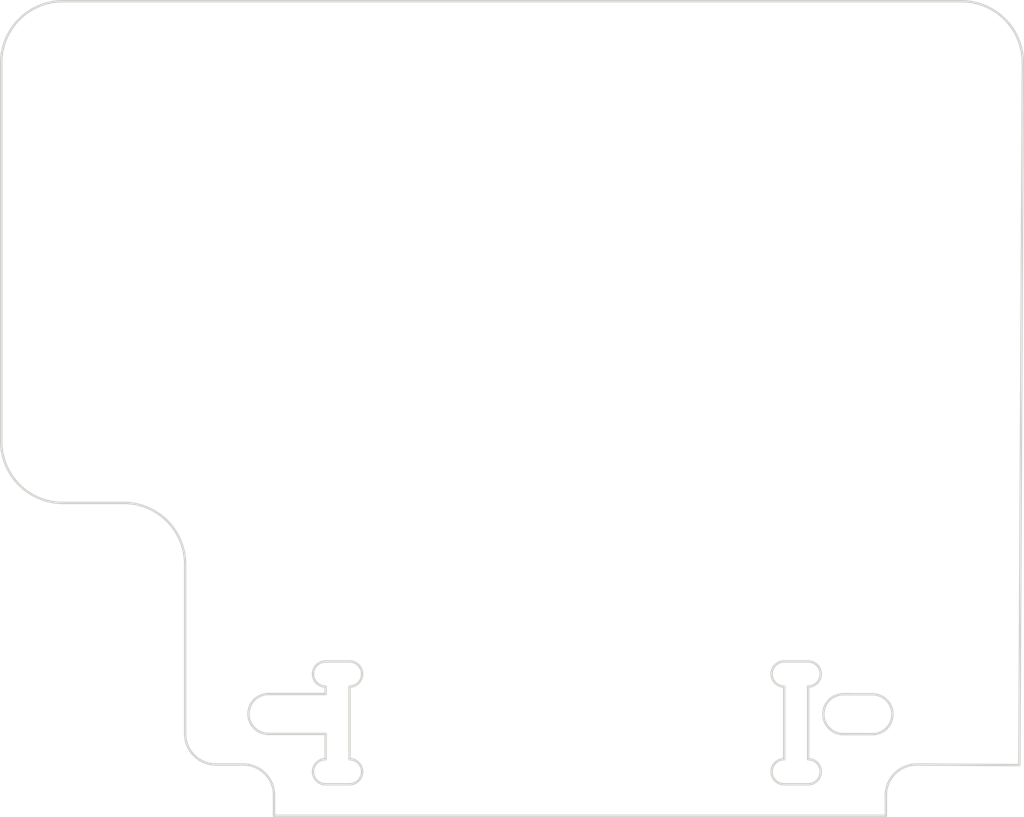
<source format=kicad_pcb>
(kicad_pcb (version 20221018) (generator pcbnew)

  (general
    (thickness 1.6)
  )

  (paper "A4")
  (layers
    (0 "F.Cu" signal)
    (31 "B.Cu" signal)
    (32 "B.Adhes" user "B.Adhesive")
    (33 "F.Adhes" user "F.Adhesive")
    (34 "B.Paste" user)
    (35 "F.Paste" user)
    (36 "B.SilkS" user "B.Silkscreen")
    (37 "F.SilkS" user "F.Silkscreen")
    (38 "B.Mask" user)
    (39 "F.Mask" user)
    (40 "Dwgs.User" user "User.Drawings")
    (41 "Cmts.User" user "User.Comments")
    (42 "Eco1.User" user "User.Eco1")
    (43 "Eco2.User" user "User.Eco2")
    (44 "Edge.Cuts" user)
  )

  (setup
    (pad_to_mask_clearance 0)
    (pcbplotparams
      (layerselection 0x00010fc_ffffffff)
      (plot_on_all_layers_selection 0x0000000_00000000)
      (disableapertmacros false)
      (usegerberextensions false)
      (usegerberattributes true)
      (usegerberadvancedattributes true)
      (creategerberjobfile true)
      (dashed_line_dash_ratio 12.000000)
      (dashed_line_gap_ratio 3.000000)
      (svgprecision 4)
      (plotframeref false)
      (viasonmask false)
      (mode 1)
      (useauxorigin false)
      (hpglpennumber 1)
      (hpglpenspeed 20)
      (hpglpendiameter 15.000000)
      (dxfpolygonmode true)
      (dxfimperialunits true)
      (dxfusepcbnewfont true)
      (psnegative false)
      (psa4output false)
      (plotreference true)
      (plotvalue true)
      (plotinvisibletext false)
      (sketchpadsonfab false)
      (subtractmaskfromsilk false)
      (outputformat 1)
      (mirror false)
      (drillshape 1)
      (scaleselection 1)
      (outputdirectory "")
    )
  )

  (net 0 "")

  (gr_line (start 125.555165 136.60389) (end 128.027275 136.60389)
    (stroke (width 0.254) (type solid)) (layer "Edge.Cuts") (tstamp 1113c189-5d38-4ead-b7d7-273f9629850f))
  (gr_line (start 111.079625 131.38787) (end 111.079625 113.94511)
    (stroke (width 0.254) (type solid)) (layer "Edge.Cuts") (tstamp 1985a329-6046-4656-822e-2b01dc615df2))
  (gr_arc (start 175.306115 134.01309) (mid 176.601515 135.30849) (end 175.306115 136.60389)
    (stroke (width 0.254) (type solid)) (layer "Edge.Cuts") (tstamp 1f4e4ce8-0f7a-4551-b4ec-855f492a557b))
  (gr_arc (start 114.254625 134.56287) (mid 112.009561 133.632934) (end 111.079625 131.38787)
    (stroke (width 0.254) (type solid)) (layer "Edge.Cuts") (tstamp 267e633e-69e2-4283-ad1b-21b1afbe6b73))
  (gr_line (start 104.729625 107.59511) (end 98.470385 107.59511)
    (stroke (width 0.254) (type solid)) (layer "Edge.Cuts") (tstamp 2caa7835-48fd-426d-b67c-c52e75b9b3eb))
  (gr_arc (start 125.555155 136.60389) (mid 124.259755 135.30849) (end 125.555155 134.01309)
    (stroke (width 0.254) (type solid)) (layer "Edge.Cuts") (tstamp 392371c5-d73e-43ba-853c-e08a357d000d))
  (gr_line (start 98.470385 55.88) (end 191.089615 55.88)
    (stroke (width 0.254) (type solid)) (layer "Edge.Cuts") (tstamp 394a6b06-8dd1-486f-a5d2-8dab8a1a3db1))
  (gr_arc (start 104.729625 107.59511) (mid 109.219753 109.454982) (end 111.079625 113.94511)
    (stroke (width 0.254) (type solid)) (layer "Edge.Cuts") (tstamp 3e52e5bc-b676-45a9-a896-afc6941c6feb))
  (gr_line (start 172.834005 126.53172) (end 172.834005 134.01309)
    (stroke (width 0.254) (type solid)) (layer "Edge.Cuts") (tstamp 3f02e9d8-4c62-4143-ab28-92c407bd104d))
  (gr_line (start 172.834005 136.60389) (end 175.306105 136.60389)
    (stroke (width 0.254) (type solid)) (layer "Edge.Cuts") (tstamp 4104abae-c3a6-4377-abc7-1bf4d0cae613))
  (gr_line (start 125.555165 123.94092) (end 128.027275 123.94092)
    (stroke (width 0.254) (type solid)) (layer "Edge.Cuts") (tstamp 51c082f7-4387-4809-a893-1e19c2fcd4a8))
  (gr_arc (start 128.027265 134.01309) (mid 129.322665 135.30849) (end 128.027265 136.60389)
    (stroke (width 0.254) (type solid)) (layer "Edge.Cuts") (tstamp 54432999-c169-44d0-97ef-4df744284970))
  (gr_line (start 119.665185 131.40801) (end 125.555165 131.40801)
    (stroke (width 0.254) (type solid)) (layer "Edge.Cuts") (tstamp 657b814a-9b1c-4dbc-ac68-8808b9c1b29e))
  (gr_line (start 178.928935 131.43077) (end 181.940255 131.43674)
    (stroke (width 0.254) (type solid)) (layer "Edge.Cuts") (tstamp 687ee8d3-28bc-4f0f-9a09-dabb514b81d2))
  (gr_line (start 92.120385 101.24511) (end 92.120385 62.23)
    (stroke (width 0.254) (type solid)) (layer "Edge.Cuts") (tstamp 6ade32a8-925a-4f15-a7ad-0bc42da7aab9))
  (gr_arc (start 183.317525 137.73787) (mid 184.247461 135.492806) (end 186.492525 134.56287)
    (stroke (width 0.254) (type solid)) (layer "Edge.Cuts") (tstamp 6c7e6af5-b840-4e05-a145-9f673fb197a5))
  (gr_arc (start 175.306115 123.94092) (mid 176.601515 125.23632) (end 175.306115 126.53172)
    (stroke (width 0.254) (type solid)) (layer "Edge.Cuts") (tstamp 6da3e49e-28ce-4cf1-8768-2d206c838c5f))
  (gr_line (start 197.077115 134.62927) (end 197.439615 62.23)
    (stroke (width 0.254) (type solid)) (layer "Edge.Cuts") (tstamp 7071f6bf-4980-45f5-9b41-13cb22b25282))
  (gr_line (start 125.555165 126.53172) (end 125.555165 127.29753)
    (stroke (width 0.254) (type solid)) (layer "Edge.Cuts") (tstamp 71ec12db-3bae-434b-94f2-83277cc540f4))
  (gr_arc (start 98.470375 107.59511) (mid 93.980247 105.735238) (end 92.120375 101.24511)
    (stroke (width 0.254) (type solid)) (layer "Edge.Cuts") (tstamp 7a7d4923-2fbc-4433-baec-047ca52bf5b2))
  (gr_line (start 183.317525 139.84945) (end 120.244535 139.84945)
    (stroke (width 0.254) (type solid)) (layer "Edge.Cuts") (tstamp 7b402524-0423-414c-97ba-4d79ce5df2db))
  (gr_arc (start 178.928945 131.43077) (mid 176.866482 129.37555) (end 178.928945 127.32033)
    (stroke (width 0.254) (type solid)) (layer "Edge.Cuts") (tstamp 83572651-1fa3-4afb-be7e-35b618220f22))
  (gr_line (start 197.077115 134.62927) (end 186.492525 134.56287)
    (stroke (width 0.254) (type solid)) (layer "Edge.Cuts") (tstamp 84a7dd3b-6e3b-480b-90ec-1788ecb9740a))
  (gr_line (start 119.665185 127.29753) (end 125.555165 127.29753)
    (stroke (width 0.254) (type solid)) (layer "Edge.Cuts") (tstamp 95ee714c-2951-42ee-b3ec-4de324158b1a))
  (gr_line (start 172.834005 123.94092) (end 175.306105 123.94092)
    (stroke (width 0.254) (type solid)) (layer "Edge.Cuts") (tstamp 960c1620-f45f-4bd3-88b4-35abcfeea595))
  (gr_line (start 120.244535 137.73787) (end 120.244535 139.84945)
    (stroke (width 0.254) (type solid)) (layer "Edge.Cuts") (tstamp b5ae8748-07fe-4e99-8227-83e814cf55ec))
  (gr_line (start 117.069535 134.56287) (end 114.254625 134.56287)
    (stroke (width 0.254) (type solid)) (layer "Edge.Cuts") (tstamp ba207682-b814-4c3f-bab1-846b47aefd91))
  (gr_line (start 178.928935 127.32031) (end 181.940255 127.32628)
    (stroke (width 0.254) (type solid)) (layer "Edge.Cuts") (tstamp bb07ae71-cd3f-4cc8-80c1-b7110fcd588b))
  (gr_line (start 125.555165 131.40801) (end 125.555165 134.01309)
    (stroke (width 0.254) (type solid)) (layer "Edge.Cuts") (tstamp be323d34-cf58-4e0e-a108-9ac9688fa8c5))
  (gr_arc (start 119.665175 131.40802) (mid 117.609935 129.35278) (end 119.665175 127.29754)
    (stroke (width 0.254) (type solid)) (layer "Edge.Cuts") (tstamp ceb4dabc-4984-41c4-9639-3a8bf1daf2da))
  (gr_arc (start 172.834005 136.60389) (mid 171.538605 135.30849) (end 172.834005 134.01309)
    (stroke (width 0.254) (type solid)) (layer "Edge.Cuts") (tstamp d3a5f100-c1df-4856-b924-5092ada0ccd3))
  (gr_arc (start 125.555155 126.53172) (mid 124.259755 125.23632) (end 125.555155 123.94092)
    (stroke (width 0.254) (type solid)) (layer "Edge.Cuts") (tstamp d55c4bd0-5395-4902-bb03-468134292deb))
  (gr_line (start 175.306105 126.53172) (end 175.306105 134.01309)
    (stroke (width 0.254) (type solid)) (layer "Edge.Cuts") (tstamp d613f6e3-d9b3-4831-9331-216c1a40e4fd))
  (gr_arc (start 92.120375 62.23) (mid 93.980247 57.739872) (end 98.470375 55.88)
    (stroke (width 0.254) (type solid)) (layer "Edge.Cuts") (tstamp dd6c4e91-86e2-4835-8d87-f48fef903ff9))
  (gr_arc (start 172.834005 126.53172) (mid 171.538605 125.23632) (end 172.834005 123.94092)
    (stroke (width 0.254) (type solid)) (layer "Edge.Cuts") (tstamp deaeb399-5d77-42d4-8502-f54f70dc2e51))
  (gr_arc (start 191.089625 55.88) (mid 195.579753 57.739872) (end 197.439625 62.23)
    (stroke (width 0.254) (type solid)) (layer "Edge.Cuts") (tstamp df513506-4de8-4102-a05f-dc2e80d8a804))
  (gr_line (start 183.317525 137.73787) (end 183.317525 139.84945)
    (stroke (width 0.254) (type solid)) (layer "Edge.Cuts") (tstamp e2dba6fb-70f1-47a6-8a14-ddde8456343c))
  (gr_arc (start 181.940265 127.32629) (mid 184.002728 129.38152) (end 181.940265 131.43675)
    (stroke (width 0.254) (type solid)) (layer "Edge.Cuts") (tstamp e96fe93d-2331-4e30-86f5-232ed792a561))
  (gr_arc (start 117.069525 134.56287) (mid 119.314589 135.492806) (end 120.244525 137.73787)
    (stroke (width 0.254) (type solid)) (layer "Edge.Cuts") (tstamp e9caaa05-5c44-42c7-9eb1-b22f1f0e80ee))
  (gr_arc (start 128.027265 123.94092) (mid 129.322665 125.23632) (end 128.027265 126.53172)
    (stroke (width 0.254) (type solid)) (layer "Edge.Cuts") (tstamp eae1d57a-7fd2-4753-8501-6df410961b74))
  (gr_line (start 128.027275 126.53172) (end 128.027275 134.01309)
    (stroke (width 0.254) (type solid)) (layer "Edge.Cuts") (tstamp f2461fac-193b-4cae-83e6-4f1e58c2bc07))

)

</source>
